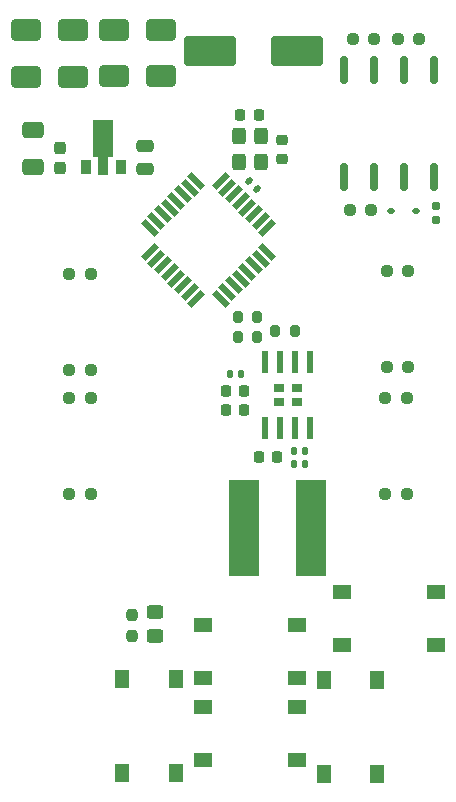
<source format=gbr>
%TF.GenerationSoftware,KiCad,Pcbnew,7.0.7*%
%TF.CreationDate,2024-01-29T23:44:09+01:00*%
%TF.ProjectId,OS-servoDriver,4f532d73-6572-4766-9f44-72697665722e,rev?*%
%TF.SameCoordinates,Original*%
%TF.FileFunction,Paste,Top*%
%TF.FilePolarity,Positive*%
%FSLAX46Y46*%
G04 Gerber Fmt 4.6, Leading zero omitted, Abs format (unit mm)*
G04 Created by KiCad (PCBNEW 7.0.7) date 2024-01-29 23:44:09*
%MOMM*%
%LPD*%
G01*
G04 APERTURE LIST*
G04 Aperture macros list*
%AMRoundRect*
0 Rectangle with rounded corners*
0 $1 Rounding radius*
0 $2 $3 $4 $5 $6 $7 $8 $9 X,Y pos of 4 corners*
0 Add a 4 corners polygon primitive as box body*
4,1,4,$2,$3,$4,$5,$6,$7,$8,$9,$2,$3,0*
0 Add four circle primitives for the rounded corners*
1,1,$1+$1,$2,$3*
1,1,$1+$1,$4,$5*
1,1,$1+$1,$6,$7*
1,1,$1+$1,$8,$9*
0 Add four rect primitives between the rounded corners*
20,1,$1+$1,$2,$3,$4,$5,0*
20,1,$1+$1,$4,$5,$6,$7,0*
20,1,$1+$1,$6,$7,$8,$9,0*
20,1,$1+$1,$8,$9,$2,$3,0*%
%AMRotRect*
0 Rectangle, with rotation*
0 The origin of the aperture is its center*
0 $1 length*
0 $2 width*
0 $3 Rotation angle, in degrees counterclockwise*
0 Add horizontal line*
21,1,$1,$2,0,0,$3*%
%AMFreePoly0*
4,1,9,3.862500,-0.866500,0.737500,-0.866500,0.737500,-0.450000,-0.737500,-0.450000,-0.737500,0.450000,0.737500,0.450000,0.737500,0.866500,3.862500,0.866500,3.862500,-0.866500,3.862500,-0.866500,$1*%
G04 Aperture macros list end*
%ADD10R,0.900000X1.300000*%
%ADD11FreePoly0,90.000000*%
%ADD12RoundRect,0.237500X-0.250000X-0.237500X0.250000X-0.237500X0.250000X0.237500X-0.250000X0.237500X0*%
%ADD13R,0.610000X1.910000*%
%ADD14R,0.930000X0.723000*%
%ADD15RoundRect,0.225000X-0.225000X-0.250000X0.225000X-0.250000X0.225000X0.250000X-0.225000X0.250000X0*%
%ADD16RoundRect,0.250000X-0.450000X0.325000X-0.450000X-0.325000X0.450000X-0.325000X0.450000X0.325000X0*%
%ADD17R,1.550000X1.300000*%
%ADD18RoundRect,0.140000X-0.219203X-0.021213X-0.021213X-0.219203X0.219203X0.021213X0.021213X0.219203X0*%
%ADD19RoundRect,0.250000X-1.950000X-1.000000X1.950000X-1.000000X1.950000X1.000000X-1.950000X1.000000X0*%
%ADD20R,1.300000X1.550000*%
%ADD21RoundRect,0.200000X0.200000X0.275000X-0.200000X0.275000X-0.200000X-0.275000X0.200000X-0.275000X0*%
%ADD22RoundRect,0.160000X-0.160000X0.197500X-0.160000X-0.197500X0.160000X-0.197500X0.160000X0.197500X0*%
%ADD23RoundRect,0.250000X0.475000X-0.250000X0.475000X0.250000X-0.475000X0.250000X-0.475000X-0.250000X0*%
%ADD24RoundRect,0.225000X-0.250000X0.225000X-0.250000X-0.225000X0.250000X-0.225000X0.250000X0.225000X0*%
%ADD25RoundRect,0.162500X0.162500X-1.012500X0.162500X1.012500X-0.162500X1.012500X-0.162500X-1.012500X0*%
%ADD26RoundRect,0.200000X-0.200000X-0.275000X0.200000X-0.275000X0.200000X0.275000X-0.200000X0.275000X0*%
%ADD27RoundRect,0.237500X0.250000X0.237500X-0.250000X0.237500X-0.250000X-0.237500X0.250000X-0.237500X0*%
%ADD28RoundRect,0.225000X0.225000X0.250000X-0.225000X0.250000X-0.225000X-0.250000X0.225000X-0.250000X0*%
%ADD29RotRect,1.600000X0.550000X225.000000*%
%ADD30RotRect,1.600000X0.550000X315.000000*%
%ADD31RoundRect,0.250000X1.000000X0.650000X-1.000000X0.650000X-1.000000X-0.650000X1.000000X-0.650000X0*%
%ADD32RoundRect,0.237500X0.237500X-0.300000X0.237500X0.300000X-0.237500X0.300000X-0.237500X-0.300000X0*%
%ADD33RoundRect,0.300000X0.300000X-0.400000X0.300000X0.400000X-0.300000X0.400000X-0.300000X-0.400000X0*%
%ADD34RoundRect,0.112500X-0.187500X-0.112500X0.187500X-0.112500X0.187500X0.112500X-0.187500X0.112500X0*%
%ADD35RoundRect,0.250000X0.650000X-0.412500X0.650000X0.412500X-0.650000X0.412500X-0.650000X-0.412500X0*%
%ADD36RoundRect,0.140000X-0.140000X-0.170000X0.140000X-0.170000X0.140000X0.170000X-0.140000X0.170000X0*%
%ADD37R,2.600000X8.200000*%
%ADD38RoundRect,0.237500X-0.237500X0.250000X-0.237500X-0.250000X0.237500X-0.250000X0.237500X0.250000X0*%
G04 APERTURE END LIST*
D10*
%TO.C,U301*%
X107571000Y-121651000D03*
D11*
X109071000Y-121563500D03*
D10*
X110571000Y-121651000D03*
%TD*%
D12*
%TO.C,R1002*%
X130175500Y-110820000D03*
X132000500Y-110820000D03*
%TD*%
D13*
%TO.C,U901*%
X122793500Y-143763500D03*
X124063500Y-143763500D03*
X125333500Y-143763500D03*
X126603500Y-143763500D03*
X126603500Y-138203500D03*
X125333500Y-138203500D03*
X124063500Y-138203500D03*
X122793500Y-138203500D03*
D14*
X123923500Y-141586000D03*
X125473500Y-141586000D03*
X123923500Y-140381000D03*
X125473500Y-140381000D03*
%TD*%
D12*
%TO.C,R1001*%
X129921500Y-125298000D03*
X131746500Y-125298000D03*
%TD*%
D15*
%TO.C,C904*%
X119478500Y-140620000D03*
X121028500Y-140620000D03*
%TD*%
D16*
%TO.C,D201*%
X113491000Y-159364500D03*
X113491000Y-161414500D03*
%TD*%
D17*
%TO.C,SW602*%
X117484527Y-160435805D03*
X125434527Y-160435805D03*
X117484527Y-164935805D03*
X125434527Y-164935805D03*
%TD*%
D18*
%TO.C,C202*%
X121444695Y-122868000D03*
X122123517Y-123546822D03*
%TD*%
D12*
%TO.C,R702*%
X133057500Y-130483500D03*
X134882500Y-130483500D03*
%TD*%
D19*
%TO.C,C1101*%
X118093000Y-111887000D03*
X125493000Y-111887000D03*
%TD*%
D20*
%TO.C,SW601*%
X110700527Y-173010805D03*
X110700527Y-165060805D03*
X115200527Y-173010805D03*
X115200527Y-165060805D03*
%TD*%
D21*
%TO.C,R903*%
X122094500Y-136063000D03*
X120444500Y-136063000D03*
%TD*%
D22*
%TO.C,R202*%
X137287000Y-125005500D03*
X137287000Y-126200500D03*
%TD*%
D23*
%TO.C,C301*%
X112649000Y-121812500D03*
X112649000Y-119912500D03*
%TD*%
D17*
%TO.C,SW605*%
X129295527Y-157641805D03*
X137245527Y-157641805D03*
X129295527Y-162141805D03*
X137245527Y-162141805D03*
%TD*%
D24*
%TO.C,C201*%
X124206695Y-119426000D03*
X124206695Y-120976000D03*
%TD*%
D25*
%TO.C,U1001*%
X129460000Y-122500000D03*
X132000000Y-122500000D03*
X134540000Y-122500000D03*
X137080000Y-122500000D03*
X137080000Y-113450000D03*
X134540000Y-113450000D03*
X132000000Y-113450000D03*
X129460000Y-113450000D03*
%TD*%
D26*
%TO.C,R901*%
X120444500Y-134412000D03*
X122094500Y-134412000D03*
%TD*%
D27*
%TO.C,R905*%
X108014500Y-149325500D03*
X106189500Y-149325500D03*
%TD*%
D12*
%TO.C,R1003*%
X133985500Y-110820000D03*
X135810500Y-110820000D03*
%TD*%
D28*
%TO.C,C901*%
X123822500Y-146223000D03*
X122272500Y-146223000D03*
%TD*%
%TO.C,C203*%
X122219695Y-117280000D03*
X120669695Y-117280000D03*
%TD*%
D29*
%TO.C,U202*%
X122959798Y-126805695D03*
X122394112Y-126240010D03*
X121828427Y-125674324D03*
X121262742Y-125108639D03*
X120697056Y-124542953D03*
X120131371Y-123977268D03*
X119565685Y-123411583D03*
X119000000Y-122845897D03*
D30*
X116949390Y-122845897D03*
X116383705Y-123411583D03*
X115818019Y-123977268D03*
X115252334Y-124542953D03*
X114686648Y-125108639D03*
X114120963Y-125674324D03*
X113555278Y-126240010D03*
X112989592Y-126805695D03*
D29*
X112989592Y-128856305D03*
X113555278Y-129421990D03*
X114120963Y-129987676D03*
X114686648Y-130553361D03*
X115252334Y-131119047D03*
X115818019Y-131684732D03*
X116383705Y-132250417D03*
X116949390Y-132816103D03*
D30*
X119000000Y-132816103D03*
X119565685Y-132250417D03*
X120131371Y-131684732D03*
X120697056Y-131119047D03*
X121262742Y-130553361D03*
X121828427Y-129987676D03*
X122394112Y-129421990D03*
X122959798Y-128856305D03*
%TD*%
D31*
%TO.C,D1104*%
X106500000Y-110050000D03*
X102500000Y-110050000D03*
%TD*%
%TO.C,D1101*%
X114000000Y-114000000D03*
X110000000Y-114000000D03*
%TD*%
D32*
%TO.C,C302*%
X105412000Y-121751500D03*
X105412000Y-120026500D03*
%TD*%
D15*
%TO.C,C905*%
X119478500Y-142286000D03*
X121028500Y-142286000D03*
%TD*%
D27*
%TO.C,R904*%
X108014500Y-141197500D03*
X106189500Y-141197500D03*
%TD*%
D17*
%TO.C,SW603*%
X117484527Y-167420805D03*
X125434527Y-167420805D03*
X117484527Y-171920805D03*
X125434527Y-171920805D03*
%TD*%
D12*
%TO.C,R701*%
X133057500Y-138611500D03*
X134882500Y-138611500D03*
%TD*%
D33*
%TO.C,Y201*%
X122455695Y-121258000D03*
X122455695Y-119058000D03*
X120555695Y-119058000D03*
X120555695Y-121258000D03*
%TD*%
D34*
%TO.C,D1001*%
X133467000Y-125425000D03*
X135567000Y-125425000D03*
%TD*%
D31*
%TO.C,D1103*%
X114000000Y-110050000D03*
X110000000Y-110050000D03*
%TD*%
D12*
%TO.C,R802*%
X132930500Y-141214500D03*
X134755500Y-141214500D03*
%TD*%
D35*
%TO.C,C303*%
X103126000Y-121689500D03*
X103126000Y-118564500D03*
%TD*%
D27*
%TO.C,R1004*%
X108014500Y-130697500D03*
X106189500Y-130697500D03*
%TD*%
D36*
%TO.C,C902*%
X125206500Y-145715000D03*
X126166500Y-145715000D03*
%TD*%
%TO.C,C903*%
X125206500Y-146858000D03*
X126166500Y-146858000D03*
%TD*%
D37*
%TO.C,L901*%
X126625000Y-152273000D03*
X121025000Y-152273000D03*
%TD*%
D36*
%TO.C,C906*%
X119775500Y-139238000D03*
X120735500Y-139238000D03*
%TD*%
D26*
%TO.C,R902*%
X123619500Y-135555000D03*
X125269500Y-135555000D03*
%TD*%
D12*
%TO.C,R801*%
X132930500Y-149342500D03*
X134755500Y-149342500D03*
%TD*%
D31*
%TO.C,D1102*%
X106500000Y-114050000D03*
X102500000Y-114050000D03*
%TD*%
D27*
%TO.C,R1005*%
X108014500Y-138825500D03*
X106189500Y-138825500D03*
%TD*%
D38*
%TO.C,R201*%
X111500000Y-159587500D03*
X111500000Y-161412500D03*
%TD*%
D20*
%TO.C,SW604*%
X127770527Y-173042805D03*
X127770527Y-165092805D03*
X132270527Y-173042805D03*
X132270527Y-165092805D03*
%TD*%
M02*

</source>
